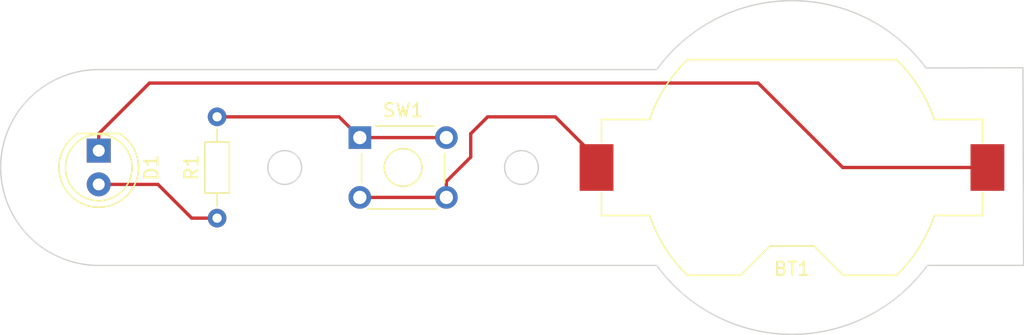
<source format=kicad_pcb>
(kicad_pcb (version 20211014) (generator pcbnew)
  (title_block (title "LED Torch") (rev "0.1"))
  (layers (0 "F.Cu" signal) (31 "B.Cu" signal) (34 "B.Paste" user) (35 "F.Paste" user) (36 "B.SilkS" user "B.Silkscreen") (37 "F.SilkS" user "F.Silkscreen") (38 "B.Mask" user) (39 "F.Mask" user) (44 "Edge.Cuts" user))
  (net 0 "")
  (net 1 "/bat_pos")
  (net 2 "/LED_cathode")
  (net 3 "/LED_anode")
  (net 4 "Net-(SW1-Pad1)")
  (footprint "Resistor_THT:R_Axial_DIN0204_L3.6mm_D1.6mm_P7.62mm_Horizontal" (layer "F.Cu") (at 124.46 101.6 90)
    (fp_text reference "R1" (at 3.81 -1.92 90) (layer "F.SilkS"))
    (fp_text value "R")
    (fp_line (start 6.68 0) (end 5.73 0) (layer "F.SilkS") (width 0.12))
    (fp_line (start 1.89 -0.92) (end 1.89 0.92) (layer "F.SilkS") (width 0.12))
    (fp_line (start 5.73 -0.92) (end 1.89 -0.92) (layer "F.SilkS") (width 0.12))
    (fp_line (start 0.94 0) (end 1.89 0) (layer "F.SilkS") (width 0.12))
    (fp_line (start 1.89 0.92) (end 5.73 0.92) (layer "F.SilkS") (width 0.12))
    (fp_line (start 5.73 0.92) (end 5.73 -0.92) (layer "F.SilkS") (width 0.12))
    (pad "1" thru_hole circle (at 0 0 90) (size 1.4 1.4) (drill 0.7) (layers *.Cu *.Mask) (net 3 "/LED_anode"))
    (pad "2" thru_hole oval (at 7.62 0 90) (size 1.4 1.4) (drill 0.7) (layers *.Cu *.Mask) (net 4 "Net-(SW1-Pad1)"))
  )
  (footprint "Battery:BatteryHolder_Keystone_1058_1x2032" (layer "F.Cu") (at 167.64 97.79)
    (fp_text reference "BT1" (at 0 7.62) (layer "F.SilkS"))
    (fp_text value "Battery")
    (fp_line (start 1.66 5.91) (end 3.86 8.11) (layer "F.SilkS") (width 0.12))
    (fp_line (start -7.8473 -8.11) (end 7.8473 -8.11) (layer "F.SilkS") (width 0.12))
    (fp_line (start 1.66 5.91) (end -1.66 5.91) (layer "F.SilkS") (width 0.12))
    (fp_line (start -14.31 -3.61) (end -10.692 -3.61) (layer "F.SilkS") (width 0.12))
    (fp_line (start 10.692 -3.61) (end 14.31 -3.61) (layer "F.SilkS") (width 0.12))
    (fp_line (start -14.31 -1.9) (end -14.31 -3.61) (layer "F.SilkS") (width 0.12))
    (fp_line (start -3.86 8.11) (end -7.8473 8.11) (layer "F.SilkS") (width 0.12))
    (fp_line (start 14.31 3.61) (end 10.692 3.61) (layer "F.SilkS") (width 0.12))
    (fp_line (start 14.31 1.9) (end 14.31 3.61) (layer "F.SilkS") (width 0.12))
    (fp_line (start -14.31 1.9) (end -14.31 3.61) (layer "F.SilkS") (width 0.12))
    (fp_line (start 7.8473 8.11) (end 3.86 8.11) (layer "F.SilkS") (width 0.12))
    (fp_line (start -10.692 3.61) (end -14.31 3.61) (layer "F.SilkS") (width 0.12))
    (fp_line (start -1.66 5.91) (end -3.86 8.11) (layer "F.SilkS") (width 0.12))
    (fp_line (start 14.31 -1.9) (end 14.31 -3.61) (layer "F.SilkS") (width 0.12))
    (fp_arc (start 7.845371 -8.111789) (mid 9.538085 -6.031244) (end 10.692 -3.61) (layer "F.SilkS") (width 0.12))
    (fp_arc (start -10.692 -3.61) (mid -9.538084 -6.031244) (end -7.845371 -8.111789) (layer "F.SilkS") (width 0.12))
    (fp_arc (start 10.692 3.61) (mid 9.538084 6.031244) (end 7.845371 8.111789) (layer "F.SilkS") (width 0.12))
    (fp_arc (start -7.845371 8.111789) (mid -9.538085 6.031244) (end -10.692 3.61) (layer "F.SilkS") (width 0.12))
    (pad "1" smd rect (at -14.68 0) (size 2.54 3.51) (layers "F.Cu" "F.Paste" "F.Mask") (net 1 "/bat_pos"))
    (pad "2" smd rect (at 14.68 0) (size 2.54 3.51) (layers "F.Cu" "F.Paste" "F.Mask") (net 2 "/LED_cathode"))
  )
  (footprint "Button_Switch_THT:SW_TH_Tactile_Omron_B3F-10xx" (layer "F.Cu") (at 135.18 95.54)
    (fp_text reference "SW1" (at 3.25 -2.05) (layer "F.SilkS"))
    (fp_text value "SW_DPST_x2")
    (fp_line (start 0.6 5.37) (end 5.8 5.37) (layer "F.SilkS") (width 0.12))
    (fp_line (start 6.37 1.2) (end 6.37 3.4) (layer "F.SilkS") (width 0.12))
    (fp_line (start 0.13 3.4) (end 0.13 1.2) (layer "F.SilkS") (width 0.12))
    (fp_line (start 1.2 -0.87) (end 5.6 -0.87) (layer "F.SilkS") (width 0.12))
    (fp_circle (center 3.25 2.25) (end 4.25 3.25) (layer "F.SilkS") (width 0.12) (fill none))
    (pad "1" thru_hole circle (at 6.5 0) (size 1.7 1.7) (drill 1) (layers *.Cu *.Mask) (net 4 "Net-(SW1-Pad1)"))
    (pad "1" thru_hole rect (at 0 0) (size 1.7 1.7) (drill 1) (layers *.Cu *.Mask) (net 4 "Net-(SW1-Pad1)"))
    (pad "2" thru_hole circle (at 0 4.5) (size 1.7 1.7) (drill 1) (layers *.Cu *.Mask) (net 1 "/bat_pos"))
    (pad "2" thru_hole circle (at 6.5 4.5) (size 1.7 1.7) (drill 1) (layers *.Cu *.Mask) (net 1 "/bat_pos"))
  )
  (footprint "LED_THT:LED_D5.0mm" (layer "F.Cu") (at 115.57 96.52 -90)
    (fp_text reference "D1" (at 1.27 -3.96 90) (layer "F.SilkS"))
    (fp_text value "LED")
    (fp_line (start -1.29 -1.545) (end -1.29 1.545) (layer "F.SilkS") (width 0.12))
    (fp_arc (start 4.26 -0.000462) (mid 2.072002 2.880433) (end -1.29 1.54483) (layer "F.SilkS") (width 0.12))
    (fp_arc (start -1.29 -1.54483) (mid 2.072002 -2.880433) (end 4.26 0.000462) (layer "F.SilkS") (width 0.12))
    (fp_circle (center 1.27 0) (end 3.77 0) (layer "F.SilkS") (width 0.12) (fill none))
    (pad "1" thru_hole rect (at 0 0 270) (size 1.8 1.8) (drill 0.9) (layers *.Cu *.Mask) (net 2 "/LED_cathode"))
    (pad "2" thru_hole circle (at 2.54 0 270) (size 1.8 1.8) (drill 0.9) (layers *.Cu *.Mask) (net 3 "/LED_anode"))
  )
  (gr_line (start 177.710297 90.301831) (end 184.983974 90.290014) (layer "Edge.Cuts") (width 0.1))
  (gr_arc (start 115.57 105.156) (mid 108.204 97.79) (end 115.57 90.424) (layer "Edge.Cuts") (width 0.1))
  (gr_line (start 185.031307 105.152668) (end 177.8 105.156) (layer "Edge.Cuts") (width 0.1))
  (gr_line (start 184.983974 90.290014) (end 185.031307 105.152668) (layer "Edge.Cuts") (width 0.1))
  (gr_arc (start 177.8 105.156) (mid 167.64 110.339245) (end 157.48 105.156) (layer "Edge.Cuts") (width 0.1))
  (gr_line (start 115.57 90.424) (end 157.48 90.424) (layer "Edge.Cuts") (width 0.1))
  (gr_arc (start 157.48 90.424) (mid 167.564218 85.240984) (end 177.710297 90.301831) (layer "Edge.Cuts") (width 0.1))
  (gr_line (start 115.57 105.156) (end 157.48 105.156) (layer "Edge.Cuts") (width 0.1))
  (gr_circle (center 147.32 97.79) (end 146.05 97.79) (layer "Edge.Cuts") (width 0.1) (fill none))
  (gr_circle (center 129.54 97.79) (end 128.27 97.79) (layer "Edge.Cuts") (width 0.1) (fill none))
  (segment (start 141.68 98.837919) (end 143.51 97.007919) (width 0.25) (layer "F.Cu") (net 1))
  (segment (start 143.51 97.007919) (end 143.51 95.25) (width 0.25) (layer "F.Cu") (net 1))
  (segment (start 143.51 95.25) (end 144.78 93.98) (width 0.25) (layer "F.Cu") (net 1))
  (segment (start 141.68 100.04) (end 141.68 98.837919) (width 0.25) (layer "F.Cu") (net 1))
  (segment (start 135.18 100.04) (end 141.68 100.04) (width 0.25) (layer "F.Cu") (net 1))
  (segment (start 144.78 93.98) (end 149.86 93.98) (width 0.25) (layer "F.Cu") (net 1))
  (segment (start 149.86 93.98) (end 152.96 97.08) (width 0.25) (layer "F.Cu") (net 1))
  (segment (start 152.96 97.08) (end 152.96 97.79) (width 0.25) (layer "F.Cu") (net 1))
  (segment (start 115.57 96.52) (end 115.57 95.25) (width 0.25) (layer "F.Cu") (net 2))
  (segment (start 165.1 91.44) (end 171.45 97.79) (width 0.25) (layer "F.Cu") (net 2))
  (segment (start 171.45 97.79) (end 182.32 97.79) (width 0.25) (layer "F.Cu") (net 2))
  (segment (start 115.57 95.25) (end 119.38 91.44) (width 0.25) (layer "F.Cu") (net 2))
  (segment (start 119.38 91.44) (end 165.1 91.44) (width 0.25) (layer "F.Cu") (net 2))
  (segment (start 115.57 99.06) (end 120.015 99.06) (width 0.25) (layer "F.Cu") (net 3))
  (segment (start 120.015 99.06) (end 122.555 101.6) (width 0.25) (layer "F.Cu") (net 3))
  (segment (start 122.555 101.6) (end 124.46 101.6) (width 0.25) (layer "F.Cu") (net 3))
  (segment (start 133.62 93.98) (end 135.18 95.54) (width 0.25) (layer "F.Cu") (net 4))
  (segment (start 124.46 93.98) (end 133.62 93.98) (width 0.25) (layer "F.Cu") (net 4))
  (segment (start 135.18 95.54) (end 141.68 95.54) (width 0.25) (layer "F.Cu") (net 4))
)
</source>
